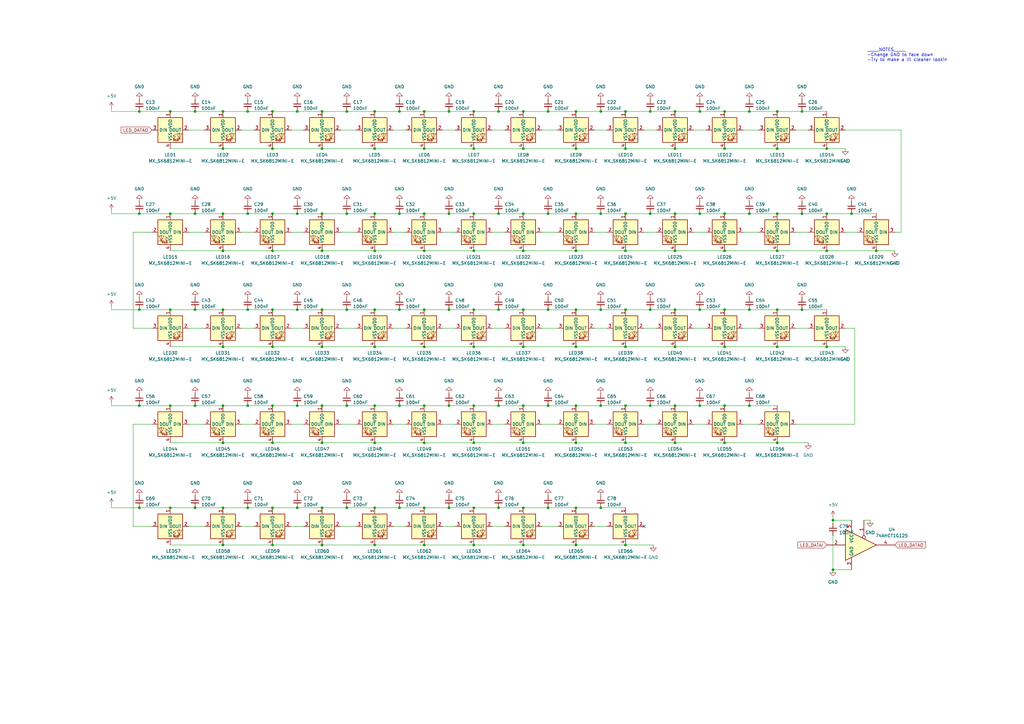
<source format=kicad_sch>
(kicad_sch (version 20230121) (generator eeschema)
  (paper "A3")
  (junction (at 224.79 87.63))
  (junction (at 276.86 87.63))
  (junction (at 266.7 166.37))
  (junction (at 256.54 45.72))
  (junction (at 142.24 45.72))
  (junction (at 256.54 166.37))
  (junction (at 142.24 166.37))
  (junction (at 194.31 102.87))
  (junction (at 359.41 102.87))
  (junction (at 57.15 166.37))
  (junction (at 236.22 142.24))
  (junction (at 276.86 102.87))
  (junction (at 266.7 87.63))
  (junction (at 224.79 127))
  (junction (at 101.6 127))
  (junction (at 287.02 127))
  (junction (at 173.99 181.61))
  (junction (at 57.15 87.63))
  (junction (at 276.86 45.72))
  (junction (at 184.15 208.28))
  (junction (at 111.76 223.52))
  (junction (at 57.15 45.72))
  (junction (at 204.47 127))
  (junction (at 297.18 127))
  (junction (at 194.31 60.96))
  (junction (at 214.63 87.63))
  (junction (at 256.54 223.52))
  (junction (at 256.54 60.96))
  (junction (at 276.86 142.24))
  (junction (at 132.08 45.72))
  (junction (at 142.24 127))
  (junction (at 276.86 60.96))
  (junction (at 297.18 102.87))
  (junction (at 132.08 208.28))
  (junction (at 266.7 127))
  (junction (at 121.92 87.63))
  (junction (at 236.22 102.87))
  (junction (at 101.6 208.28))
  (junction (at 339.09 142.24))
  (junction (at 194.31 127))
  (junction (at 339.09 87.63))
  (junction (at 173.99 166.37))
  (junction (at 69.85 127))
  (junction (at 184.15 127))
  (junction (at 132.08 166.37))
  (junction (at 297.18 60.96))
  (junction (at 318.77 181.61))
  (junction (at 297.18 45.72))
  (junction (at 111.76 60.96))
  (junction (at 214.63 102.87))
  (junction (at 121.92 127))
  (junction (at 339.09 60.96))
  (junction (at 328.93 45.72))
  (junction (at 318.77 87.63))
  (junction (at 121.92 45.72))
  (junction (at 184.15 45.72))
  (junction (at 214.63 181.61))
  (junction (at 111.76 45.72))
  (junction (at 111.76 208.28))
  (junction (at 111.76 142.24))
  (junction (at 328.93 127))
  (junction (at 80.01 208.28))
  (junction (at 132.08 223.52))
  (junction (at 173.99 102.87))
  (junction (at 163.83 45.72))
  (junction (at 236.22 208.28))
  (junction (at 173.99 60.96))
  (junction (at 236.22 181.61))
  (junction (at 297.18 181.61))
  (junction (at 69.85 208.28))
  (junction (at 69.85 166.37))
  (junction (at 194.31 223.52))
  (junction (at 194.31 87.63))
  (junction (at 307.34 45.72))
  (junction (at 153.67 142.24))
  (junction (at 153.67 223.52))
  (junction (at 57.15 127))
  (junction (at 246.38 127))
  (junction (at 194.31 45.72))
  (junction (at 91.44 45.72))
  (junction (at 349.25 87.63))
  (junction (at 194.31 142.24))
  (junction (at 101.6 45.72))
  (junction (at 236.22 87.63))
  (junction (at 153.67 208.28))
  (junction (at 214.63 208.28))
  (junction (at 236.22 127))
  (junction (at 153.67 166.37))
  (junction (at 91.44 60.96))
  (junction (at 91.44 181.61))
  (junction (at 153.67 127))
  (junction (at 318.77 127))
  (junction (at 236.22 166.37))
  (junction (at 132.08 60.96))
  (junction (at 101.6 87.63))
  (junction (at 339.09 102.87))
  (junction (at 341.63 213.36))
  (junction (at 246.38 166.37))
  (junction (at 297.18 142.24))
  (junction (at 256.54 87.63))
  (junction (at 173.99 127))
  (junction (at 204.47 45.72))
  (junction (at 214.63 223.52))
  (junction (at 91.44 223.52))
  (junction (at 111.76 181.61))
  (junction (at 57.15 208.28))
  (junction (at 163.83 208.28))
  (junction (at 236.22 45.72))
  (junction (at 121.92 166.37))
  (junction (at 111.76 127))
  (junction (at 318.77 45.72))
  (junction (at 256.54 102.87))
  (junction (at 91.44 127))
  (junction (at 153.67 87.63))
  (junction (at 341.63 233.68))
  (junction (at 153.67 181.61))
  (junction (at 132.08 181.61))
  (junction (at 204.47 166.37))
  (junction (at 80.01 45.72))
  (junction (at 318.77 142.24))
  (junction (at 214.63 127))
  (junction (at 194.31 166.37))
  (junction (at 214.63 60.96))
  (junction (at 69.85 87.63))
  (junction (at 111.76 102.87))
  (junction (at 287.02 166.37))
  (junction (at 204.47 87.63))
  (junction (at 153.67 60.96))
  (junction (at 163.83 166.37))
  (junction (at 276.86 166.37))
  (junction (at 101.6 166.37))
  (junction (at 256.54 142.24))
  (junction (at 214.63 45.72))
  (junction (at 307.34 127))
  (junction (at 204.47 208.28))
  (junction (at 246.38 208.28))
  (junction (at 80.01 87.63))
  (junction (at 214.63 166.37))
  (junction (at 163.83 127))
  (junction (at 132.08 127))
  (junction (at 266.7 45.72))
  (junction (at 91.44 208.28))
  (junction (at 328.93 87.63))
  (junction (at 80.01 127))
  (junction (at 132.08 102.87))
  (junction (at 132.08 87.63))
  (junction (at 91.44 166.37))
  (junction (at 297.18 166.37))
  (junction (at 256.54 127))
  (junction (at 173.99 87.63))
  (junction (at 307.34 166.37))
  (junction (at 132.08 142.24))
  (junction (at 246.38 87.63))
  (junction (at 224.79 208.28))
  (junction (at 318.77 102.87))
  (junction (at 318.77 60.96))
  (junction (at 184.15 87.63))
  (junction (at 246.38 45.72))
  (junction (at 236.22 223.52))
  (junction (at 224.79 166.37))
  (junction (at 184.15 166.37))
  (junction (at 224.79 45.72))
  (junction (at 214.63 142.24))
  (junction (at 91.44 142.24))
  (junction (at 111.76 87.63))
  (junction (at 91.44 102.87))
  (junction (at 173.99 208.28))
  (junction (at 153.67 102.87))
  (junction (at 163.83 87.63))
  (junction (at 111.76 166.37))
  (junction (at 256.54 181.61))
  (junction (at 287.02 45.72))
  (junction (at 69.85 45.72))
  (junction (at 287.02 87.63))
  (junction (at 153.67 45.72))
  (junction (at 173.99 142.24))
  (junction (at 194.31 208.28))
  (junction (at 142.24 208.28))
  (junction (at 142.24 87.63))
  (junction (at 121.92 208.28))
  (junction (at 307.34 87.63))
  (junction (at 91.44 87.63))
  (junction (at 194.31 181.61))
  (junction (at 236.22 60.96))
  (junction (at 276.86 127))
  (junction (at 80.01 166.37))
  (junction (at 276.86 181.61))
  (junction (at 173.99 223.52))
  (junction (at 297.18 87.63))
  (junction (at 173.99 45.72))
  (no_connect (at 264.16 215.9))
  (wire (pts (xy 132.08 127) (xy 121.92 127)))
  (wire (pts (xy 153.67 142.24) (xy 173.99 142.24)))
  (wire (pts (xy 224.79 166.37) (xy 236.22 166.37)))
  (wire (pts (xy 201.93 134.62) (xy 207.01 134.62)))
  (wire (pts (xy 349.25 87.63) (xy 359.41 87.63)))
  (wire (pts (xy 243.84 95.25) (xy 248.92 95.25)))
  (wire (pts (xy 201.93 95.25) (xy 207.01 95.25)))
  (wire (pts (xy 297.18 166.37) (xy 307.34 166.37)))
  (wire (pts (xy 264.16 134.62) (xy 269.24 134.62)))
  (wire (pts (xy 91.44 60.96) (xy 111.76 60.96)))
  (wire (pts (xy 224.79 208.28) (xy 214.63 208.28)))
  (wire (pts (xy 101.6 127) (xy 91.44 127)))
  (wire (pts (xy 173.99 127) (xy 163.83 127)))
  (wire (pts (xy 256.54 102.87) (xy 276.86 102.87)))
  (wire (pts (xy 45.72 45.72) (xy 57.15 45.72)))
  (wire (pts (xy 142.24 166.37) (xy 153.67 166.37)))
  (wire (pts (xy 54.61 95.25) (xy 54.61 134.62)))
  (wire (pts (xy 264.16 173.99) (xy 269.24 173.99)))
  (wire (pts (xy 181.61 53.34) (xy 186.69 53.34)))
  (wire (pts (xy 236.22 142.24) (xy 256.54 142.24)))
  (wire (pts (xy 121.92 208.28) (xy 111.76 208.28)))
  (wire (pts (xy 284.48 53.34) (xy 289.56 53.34)))
  (wire (pts (xy 184.15 45.72) (xy 194.31 45.72)))
  (wire (pts (xy 256.54 142.24) (xy 276.86 142.24)))
  (wire (pts (xy 163.83 87.63) (xy 173.99 87.63)))
  (wire (pts (xy 341.63 213.36) (xy 341.63 214.63)))
  (wire (pts (xy 204.47 45.72) (xy 214.63 45.72)))
  (wire (pts (xy 214.63 223.52) (xy 236.22 223.52)))
  (wire (pts (xy 91.44 142.24) (xy 111.76 142.24)))
  (wire (pts (xy 161.29 215.9) (xy 166.37 215.9)))
  (wire (pts (xy 318.77 60.96) (xy 339.09 60.96)))
  (wire (pts (xy 132.08 87.63) (xy 142.24 87.63)))
  (wire (pts (xy 194.31 87.63) (xy 204.47 87.63)))
  (wire (pts (xy 350.52 173.99) (xy 326.39 173.99)))
  (wire (pts (xy 339.09 102.87) (xy 359.41 102.87)))
  (wire (pts (xy 204.47 87.63) (xy 214.63 87.63)))
  (wire (pts (xy 91.44 127) (xy 80.01 127)))
  (wire (pts (xy 318.77 127) (xy 307.34 127)))
  (wire (pts (xy 266.7 127) (xy 276.86 127)))
  (wire (pts (xy 256.54 45.72) (xy 266.7 45.72)))
  (wire (pts (xy 326.39 53.34) (xy 331.47 53.34)))
  (wire (pts (xy 45.72 166.37) (xy 57.15 166.37)))
  (wire (pts (xy 297.18 102.87) (xy 318.77 102.87)))
  (wire (pts (xy 153.67 181.61) (xy 173.99 181.61)))
  (wire (pts (xy 57.15 208.28) (xy 69.85 208.28)))
  (wire (pts (xy 297.18 142.24) (xy 318.77 142.24)))
  (wire (pts (xy 184.15 127) (xy 173.99 127)))
  (wire (pts (xy 194.31 60.96) (xy 214.63 60.96)))
  (wire (pts (xy 264.16 53.34) (xy 269.24 53.34)))
  (wire (pts (xy 194.31 102.87) (xy 214.63 102.87)))
  (wire (pts (xy 264.16 95.25) (xy 269.24 95.25)))
  (wire (pts (xy 173.99 102.87) (xy 194.31 102.87)))
  (wire (pts (xy 80.01 87.63) (xy 91.44 87.63)))
  (wire (pts (xy 69.85 102.87) (xy 91.44 102.87)))
  (wire (pts (xy 77.47 215.9) (xy 83.82 215.9)))
  (wire (pts (xy 69.85 223.52) (xy 91.44 223.52)))
  (wire (pts (xy 119.38 173.99) (xy 124.46 173.99)))
  (wire (pts (xy 54.61 173.99) (xy 54.61 215.9)))
  (wire (pts (xy 307.34 87.63) (xy 318.77 87.63)))
  (wire (pts (xy 276.86 87.63) (xy 287.02 87.63)))
  (wire (pts (xy 45.72 87.63) (xy 45.72 86.36)))
  (wire (pts (xy 121.92 166.37) (xy 132.08 166.37)))
  (wire (pts (xy 111.76 102.87) (xy 132.08 102.87)))
  (wire (pts (xy 236.22 166.37) (xy 246.38 166.37)))
  (wire (pts (xy 132.08 102.87) (xy 153.67 102.87)))
  (wire (pts (xy 45.72 45.72) (xy 45.72 44.45)))
  (wire (pts (xy 111.76 208.28) (xy 101.6 208.28)))
  (wire (pts (xy 204.47 166.37) (xy 214.63 166.37)))
  (wire (pts (xy 132.08 181.61) (xy 153.67 181.61)))
  (wire (pts (xy 287.02 87.63) (xy 297.18 87.63)))
  (wire (pts (xy 266.7 127) (xy 256.54 127)))
  (wire (pts (xy 119.38 134.62) (xy 124.46 134.62)))
  (wire (pts (xy 54.61 134.62) (xy 62.23 134.62)))
  (wire (pts (xy 161.29 95.25) (xy 166.37 95.25)))
  (wire (pts (xy 346.71 134.62) (xy 350.52 134.62)))
  (wire (pts (xy 91.44 166.37) (xy 101.6 166.37)))
  (wire (pts (xy 346.71 53.34) (xy 369.57 53.34)))
  (wire (pts (xy 163.83 127) (xy 153.67 127)))
  (wire (pts (xy 139.7 134.62) (xy 146.05 134.62)))
  (wire (pts (xy 62.23 95.25) (xy 54.61 95.25)))
  (wire (pts (xy 276.86 45.72) (xy 287.02 45.72)))
  (wire (pts (xy 356.87 213.36) (xy 354.33 213.36)))
  (wire (pts (xy 181.61 134.62) (xy 186.69 134.62)))
  (wire (pts (xy 284.48 173.99) (xy 289.56 173.99)))
  (wire (pts (xy 307.34 166.37) (xy 318.77 166.37)))
  (wire (pts (xy 91.44 208.28) (xy 80.01 208.28)))
  (wire (pts (xy 139.7 95.25) (xy 146.05 95.25)))
  (wire (pts (xy 304.8 173.99) (xy 311.15 173.99)))
  (wire (pts (xy 194.31 166.37) (xy 204.47 166.37)))
  (wire (pts (xy 222.25 134.62) (xy 228.6 134.62)))
  (wire (pts (xy 297.18 87.63) (xy 307.34 87.63)))
  (wire (pts (xy 297.18 45.72) (xy 307.34 45.72)))
  (wire (pts (xy 111.76 87.63) (xy 121.92 87.63)))
  (wire (pts (xy 161.29 53.34) (xy 166.37 53.34)))
  (wire (pts (xy 111.76 142.24) (xy 132.08 142.24)))
  (wire (pts (xy 328.93 87.63) (xy 339.09 87.63)))
  (wire (pts (xy 243.84 215.9) (xy 248.92 215.9)))
  (wire (pts (xy 194.31 45.72) (xy 204.47 45.72)))
  (wire (pts (xy 163.83 45.72) (xy 173.99 45.72)))
  (wire (pts (xy 297.18 60.96) (xy 318.77 60.96)))
  (wire (pts (xy 80.01 45.72) (xy 91.44 45.72)))
  (wire (pts (xy 214.63 127) (xy 204.47 127)))
  (wire (pts (xy 77.47 173.99) (xy 83.82 173.99)))
  (wire (pts (xy 153.67 60.96) (xy 173.99 60.96)))
  (wire (pts (xy 246.38 166.37) (xy 256.54 166.37)))
  (wire (pts (xy 214.63 181.61) (xy 236.22 181.61)))
  (wire (pts (xy 184.15 87.63) (xy 194.31 87.63)))
  (wire (pts (xy 304.8 53.34) (xy 311.15 53.34)))
  (wire (pts (xy 139.7 215.9) (xy 146.05 215.9)))
  (wire (pts (xy 173.99 208.28) (xy 163.83 208.28)))
  (wire (pts (xy 304.8 134.62) (xy 311.15 134.62)))
  (wire (pts (xy 132.08 208.28) (xy 121.92 208.28)))
  (wire (pts (xy 194.31 208.28) (xy 184.15 208.28)))
  (wire (pts (xy 236.22 127) (xy 224.79 127)))
  (wire (pts (xy 201.93 215.9) (xy 207.01 215.9)))
  (wire (pts (xy 153.67 102.87) (xy 173.99 102.87)))
  (wire (pts (xy 45.72 127) (xy 45.72 125.73)))
  (wire (pts (xy 101.6 208.28) (xy 91.44 208.28)))
  (wire (pts (xy 367.03 102.87) (xy 359.41 102.87)))
  (wire (pts (xy 326.39 134.62) (xy 331.47 134.62)))
  (wire (pts (xy 214.63 87.63) (xy 224.79 87.63)))
  (wire (pts (xy 318.77 87.63) (xy 328.93 87.63)))
  (wire (pts (xy 331.47 181.61) (xy 318.77 181.61)))
  (wire (pts (xy 236.22 208.28) (xy 224.79 208.28)))
  (wire (pts (xy 369.57 53.34) (xy 369.57 95.25)))
  (wire (pts (xy 256.54 60.96) (xy 276.86 60.96)))
  (wire (pts (xy 236.22 223.52) (xy 256.54 223.52)))
  (wire (pts (xy 45.72 166.37) (xy 45.72 165.1)))
  (wire (pts (xy 45.72 208.28) (xy 57.15 208.28)))
  (wire (pts (xy 224.79 45.72) (xy 236.22 45.72)))
  (wire (pts (xy 339.09 87.63) (xy 349.25 87.63)))
  (wire (pts (xy 153.67 127) (xy 142.24 127)))
  (wire (pts (xy 91.44 181.61) (xy 111.76 181.61)))
  (wire (pts (xy 339.09 127) (xy 328.93 127)))
  (wire (pts (xy 132.08 60.96) (xy 153.67 60.96)))
  (wire (pts (xy 297.18 127) (xy 287.02 127)))
  (wire (pts (xy 256.54 127) (xy 246.38 127)))
  (wire (pts (xy 204.47 127) (xy 194.31 127)))
  (wire (pts (xy 287.02 45.72) (xy 297.18 45.72)))
  (wire (pts (xy 139.7 173.99) (xy 146.05 173.99)))
  (wire (pts (xy 99.06 215.9) (xy 104.14 215.9)))
  (wire (pts (xy 121.92 45.72) (xy 132.08 45.72)))
  (wire (pts (xy 369.57 95.25) (xy 367.03 95.25)))
  (wire (pts (xy 181.61 173.99) (xy 186.69 173.99)))
  (wire (pts (xy 349.25 213.36) (xy 341.63 213.36)))
  (wire (pts (xy 284.48 134.62) (xy 289.56 134.62)))
  (wire (pts (xy 266.7 166.37) (xy 276.86 166.37)))
  (wire (pts (xy 173.99 223.52) (xy 194.31 223.52)))
  (wire (pts (xy 99.06 173.99) (xy 104.14 173.99)))
  (wire (pts (xy 276.86 181.61) (xy 297.18 181.61)))
  (wire (pts (xy 153.67 208.28) (xy 142.24 208.28)))
  (wire (pts (xy 101.6 87.63) (xy 111.76 87.63)))
  (wire (pts (xy 173.99 60.96) (xy 194.31 60.96)))
  (wire (pts (xy 111.76 166.37) (xy 121.92 166.37)))
  (wire (pts (xy 121.92 87.63) (xy 132.08 87.63)))
  (wire (pts (xy 142.24 87.63) (xy 153.67 87.63)))
  (wire (pts (xy 276.86 102.87) (xy 297.18 102.87)))
  (wire (pts (xy 77.47 134.62) (xy 83.82 134.62)))
  (wire (pts (xy 77.47 53.34) (xy 83.82 53.34)))
  (wire (pts (xy 69.85 181.61) (xy 91.44 181.61)))
  (wire (pts (xy 256.54 208.28) (xy 246.38 208.28)))
  (wire (pts (xy 57.15 166.37) (xy 69.85 166.37)))
  (wire (pts (xy 222.25 95.25) (xy 228.6 95.25)))
  (wire (pts (xy 194.31 181.61) (xy 214.63 181.61)))
  (wire (pts (xy 111.76 127) (xy 101.6 127)))
  (wire (pts (xy 99.06 53.34) (xy 104.14 53.34)))
  (wire (pts (xy 214.63 208.28) (xy 204.47 208.28)))
  (wire (pts (xy 201.93 53.34) (xy 207.01 53.34)))
  (wire (pts (xy 214.63 102.87) (xy 236.22 102.87)))
  (wire (pts (xy 341.63 233.68) (xy 349.25 233.68)))
  (wire (pts (xy 173.99 142.24) (xy 194.31 142.24)))
  (wire (pts (xy 276.86 166.37) (xy 287.02 166.37)))
  (wire (pts (xy 101.6 166.37) (xy 111.76 166.37)))
  (wire (pts (xy 267.97 223.52) (xy 256.54 223.52)))
  (wire (pts (xy 69.85 45.72) (xy 80.01 45.72)))
  (wire (pts (xy 153.67 223.52) (xy 173.99 223.52)))
  (wire (pts (xy 350.52 134.62) (xy 350.52 173.99)))
  (wire (pts (xy 184.15 208.28) (xy 173.99 208.28)))
  (wire (pts (xy 153.67 45.72) (xy 163.83 45.72)))
  (wire (pts (xy 184.15 166.37) (xy 194.31 166.37)))
  (wire (pts (xy 132.08 45.72) (xy 142.24 45.72)))
  (wire (pts (xy 224.79 87.63) (xy 236.22 87.63)))
  (wire (pts (xy 204.47 208.28) (xy 194.31 208.28)))
  (wire (pts (xy 346.71 60.96) (xy 339.09 60.96)))
  (wire (pts (xy 297.18 181.61) (xy 318.77 181.61)))
  (wire (pts (xy 69.85 87.63) (xy 80.01 87.63)))
  (wire (pts (xy 163.83 166.37) (xy 173.99 166.37)))
  (wire (pts (xy 91.44 87.63) (xy 101.6 87.63)))
  (wire (pts (xy 99.06 134.62) (xy 104.14 134.62)))
  (wire (pts (xy 111.76 223.52) (xy 132.08 223.52)))
  (wire (pts (xy 194.31 142.24) (xy 214.63 142.24)))
  (wire (pts (xy 318.77 102.87) (xy 339.09 102.87)))
  (wire (pts (xy 318.77 45.72) (xy 328.93 45.72)))
  (wire (pts (xy 142.24 127) (xy 132.08 127)))
  (wire (pts (xy 214.63 142.24) (xy 236.22 142.24)))
  (wire (pts (xy 69.85 142.24) (xy 91.44 142.24)))
  (wire (pts (xy 91.44 102.87) (xy 111.76 102.87)))
  (wire (pts (xy 153.67 166.37) (xy 163.83 166.37)))
  (wire (pts (xy 111.76 181.61) (xy 132.08 181.61)))
  (wire (pts (xy 236.22 60.96) (xy 256.54 60.96)))
  (wire (pts (xy 307.34 45.72) (xy 318.77 45.72)))
  (wire (pts (xy 346.71 95.25) (xy 351.79 95.25)))
  (wire (pts (xy 161.29 134.62) (xy 166.37 134.62)))
  (wire (pts (xy 341.63 219.71) (xy 341.63 233.68)))
  (wire (pts (xy 77.47 95.25) (xy 83.82 95.25)))
  (wire (pts (xy 173.99 45.72) (xy 184.15 45.72)))
  (wire (pts (xy 161.29 173.99) (xy 166.37 173.99)))
  (wire (pts (xy 173.99 87.63) (xy 184.15 87.63)))
  (wire (pts (xy 69.85 166.37) (xy 80.01 166.37)))
  (wire (pts (xy 132.08 223.52) (xy 153.67 223.52)))
  (wire (pts (xy 99.06 95.25) (xy 104.14 95.25)))
  (wire (pts (xy 142.24 45.72) (xy 153.67 45.72)))
  (wire (pts (xy 222.25 173.99) (xy 228.6 173.99)))
  (wire (pts (xy 163.83 208.28) (xy 153.67 208.28)))
  (wire (pts (xy 69.85 60.96) (xy 91.44 60.96)))
  (wire (pts (xy 328.93 127) (xy 318.77 127)))
  (wire (pts (xy 54.61 173.99) (xy 62.23 173.99)))
  (wire (pts (xy 214.63 166.37) (xy 224.79 166.37)))
  (wire (pts (xy 266.7 87.63) (xy 276.86 87.63)))
  (wire (pts (xy 276.86 142.24) (xy 297.18 142.24)))
  (wire (pts (xy 246.38 45.72) (xy 256.54 45.72)))
  (wire (pts (xy 54.61 215.9) (xy 62.23 215.9)))
  (wire (pts (xy 80.01 208.28) (xy 69.85 208.28)))
  (wire (pts (xy 132.08 166.37) (xy 142.24 166.37)))
  (wire (pts (xy 181.61 95.25) (xy 186.69 95.25)))
  (wire (pts (xy 224.79 127) (xy 214.63 127)))
  (wire (pts (xy 341.63 212.09) (xy 341.63 213.36)))
  (wire (pts (xy 119.38 215.9) (xy 124.46 215.9)))
  (wire (pts (xy 139.7 53.34) (xy 146.05 53.34)))
  (wire (pts (xy 201.93 173.99) (xy 207.01 173.99)))
  (wire (pts (xy 318.77 142.24) (xy 339.09 142.24)))
  (wire (pts (xy 173.99 181.61) (xy 194.31 181.61)))
  (wire (pts (xy 328.93 45.72) (xy 339.09 45.72)))
  (wire (pts (xy 45.72 208.28) (xy 45.72 207.01)))
  (wire (pts (xy 80.01 166.37) (xy 91.44 166.37)))
  (wire (pts (xy 246.38 208.28) (xy 236.22 208.28)))
  (wire (pts (xy 243.84 173.99) (xy 248.92 173.99)))
  (wire (pts (xy 276.86 127) (xy 287.02 127)))
  (wire (pts (xy 111.76 45.72) (xy 121.92 45.72)))
  (wire (pts (xy 304.8 95.25) (xy 311.15 95.25)))
  (wire (pts (xy 236.22 102.87) (xy 256.54 102.87)))
  (wire (pts (xy 284.48 95.25) (xy 289.56 95.25)))
  (wire (pts (xy 45.72 87.63) (xy 57.15 87.63)))
  (wire (pts (xy 101.6 45.72) (xy 111.76 45.72)))
  (wire (pts (xy 153.67 87.63) (xy 163.83 87.63)))
  (wire (pts (xy 222.25 215.9) (xy 228.6 215.9)))
  (wire (pts (xy 246.38 127) (xy 236.22 127)))
  (wire (pts (xy 132.08 142.24) (xy 153.67 142.24)))
  (wire (pts (xy 276.86 60.96) (xy 297.18 60.96)))
  (wire (pts (xy 222.25 53.34) (xy 228.6 53.34)))
  (wire (pts (xy 119.38 95.25) (xy 124.46 95.25)))
  (wire (pts (xy 173.99 166.37) (xy 184.15 166.37)))
  (wire (pts (xy 194.31 223.52) (xy 214.63 223.52)))
  (wire (pts (xy 142.24 208.28) (xy 132.08 208.28)))
  (wire (pts (xy 57.15 45.72) (xy 69.85 45.72)))
  (wire (pts (xy 256.54 181.61) (xy 276.86 181.61)))
  (wire (pts (xy 266.7 45.72) (xy 276.86 45.72)))
  (wire (pts (xy 119.38 53.34) (xy 124.46 53.34)))
  (wire (pts (xy 256.54 87.63) (xy 266.7 87.63)))
  (wire (pts (xy 111.76 60.96) (xy 132.08 60.96)))
  (wire (pts (xy 236.22 87.63) (xy 246.38 87.63)))
  (wire (pts (xy 256.54 166.37) (xy 266.7 166.37)))
  (wire (pts (xy 121.92 127) (xy 111.76 127)))
  (wire (pts (xy 326.39 95.25) (xy 331.47 95.25)))
  (wire (pts (xy 45.72 127) (xy 57.15 127)))
  (wire (pts (xy 246.38 87.63) (xy 256.54 87.63)))
  (wire (pts (xy 243.84 134.62) (xy 248.92 134.62)))
  (wire (pts (xy 57.15 127) (xy 69.85 127)))
  (wire (pts (xy 80.01 127) (xy 69.85 127)))
  (wire (pts (xy 57.15 87.63) (xy 69.85 87.63)))
  (wire (pts (xy 181.61 215.9) (xy 186.69 215.9)))
  (wire (pts (xy 194.31 127) (xy 184.15 127)))
  (wire (pts (xy 346.71 142.24) (xy 339.09 142.24)))
  (wire (pts (xy 287.02 166.37) (xy 297.18 166.37)))
  (wire (pts (xy 236.22 181.61) (xy 256.54 181.61)))
  (wire (pts (xy 214.63 60.96) (xy 236.22 60.96)))
  (wire (pts (xy 236.22 45.72) (xy 246.38 45.72)))
  (wire (pts (xy 307.34 127) (xy 297.18 127)))
  (wire (pts (xy 243.84 53.34) (xy 248.92 53.34)))
  (wire (pts (xy 214.63 45.72) (xy 224.79 45.72)))
  (wire (pts (xy 91.44 223.52) (xy 111.76 223.52)))
  (wire (pts (xy 91.44 45.72) (xy 101.6 45.72)))
  (text "_____NOTES_____\n-Change GND to face down\n-Try to make a lil cleaner lookin" (at 355.6 25.4 0) (effects (font (size 1.27 1.27)) (justify left bottom)))
  (global_label "LED_DATAO" (shape input) (at 367.03 223.52 0) (property "Intersheetrefs" "${INTERSHEET_REFS}" (effects hide)))
  (global_label "LED_DATAO" (shape input) (at 62.23 53.34 180) (property "Intersheetrefs" "${INTERSHEET_REFS}" (effects hide)))
  (global_label "LED_DATAI" (shape input) (at 339.09 223.52 180) (property "Intersheetrefs" "${INTERSHEET_REFS}" (effects hide)))
  (symbol (lib_id "power:GND") (at 142.24 82.55 180) (unit 1)
    (property "Reference" "#PWR049" (effects hide))
    (property "Value" "GND" (at 142.24 77.47 0))
  )
  (symbol (lib_id "PCM_marbastlib-mx:MX_SK6812MINI-E") (at 276.86 134.62 0) (unit 1)
    (property "Reference" "LED40" (at 276.86 144.78 0))
    (property "Value" "MX_SK6812MINI-E" (at 276.86 147.32 0))
    (property "Footprint" "PCM_marbastlib-mx:LED_MX_6028R" (effects hide))
  )
  (symbol (lib_id "power:GND") (at 246.38 40.64 180) (unit 1)
    (property "Reference" "#PWR041" (effects hide))
    (property "Value" "GND" (at 246.38 35.56 0))
  )
  (symbol (lib_id "Device:C_Small") (at 57.15 85.09 0) (unit 1)
    (property "Reference" "C27" (at 59.69 83.8263 0) (effects (justify left)))
    (property "Value" "100nF" (at 59.69 86.3663 0) (effects (justify left)))
    (property "Footprint" "Capacitor_SMD:C_0402_1005Metric" (effects hide))
  )
  (symbol (lib_id "Device:C_Small") (at 204.47 43.18 0) (unit 1)
    (property "Reference" "C20" (at 207.01 41.9163 0) (effects (justify left)))
    (property "Value" "100nF" (at 207.01 44.4563 0) (effects (justify left)))
    (property "Footprint" "Capacitor_SMD:C_0402_1005Metric" (effects hide))
  )
  (symbol (lib_id "Device:C_Small") (at 287.02 124.46 0) (unit 1)
    (property "Reference" "C53" (at 289.56 123.1963 0) (effects (justify left)))
    (property "Value" "100nF" (at 289.56 125.7363 0) (effects (justify left)))
    (property "Footprint" "Capacitor_SMD:C_0402_1005Metric" (effects hide))
  )
  (symbol (lib_id "PCM_marbastlib-mx:MX_SK6812MINI-E") (at 91.44 134.62 0) (unit 1)
    (property "Reference" "LED31" (at 91.44 144.78 0))
    (property "Value" "MX_SK6812MINI-E" (at 91.44 147.32 0))
    (property "Footprint" "PCM_marbastlib-mx:LED_MX_6028R" (effects hide))
  )
  (symbol (lib_id "power:GND") (at 307.34 40.64 180) (unit 1)
    (property "Reference" "#PWR044" (effects hide))
    (property "Value" "GND" (at 307.34 35.56 0))
  )
  (symbol (lib_id "power:GND") (at 163.83 40.64 180) (unit 1)
    (property "Reference" "#PWR031" (effects hide))
    (property "Value" "GND" (at 163.83 35.56 0))
  )
  (symbol (lib_id "74xGxx:74AHCT1G125") (at 354.33 223.52 0) (unit 1)
    (property "Reference" "U4" (at 365.76 217.17 0))
    (property "Value" "74AHCT1G125" (at 365.76 219.71 0))
    (property "Footprint" "Package_TO_SOT_SMD:SOT-23-5" (effects hide))
    (property "Datasheet" "http://www.ti.com/lit/sg/scyt129e/scyt129e.pdf" (effects hide))
  )
  (symbol (lib_id "PCM_marbastlib-mx:MX_SK6812MINI-E") (at 256.54 95.25 0) (mirror y) (unit 1)
    (property "Reference" "LED24" (at 256.54 105.41 0))
    (property "Value" "MX_SK6812MINI-E" (at 256.54 107.95 0))
    (property "Footprint" "PCM_marbastlib-mx:LED_MX_6028R" (effects hide))
  )
  (symbol (lib_id "PCM_marbastlib-mx:MX_SK6812MINI-E") (at 132.08 95.25 0) (mirror y) (unit 1)
    (property "Reference" "LED18" (at 132.08 105.41 0))
    (property "Value" "MX_SK6812MINI-E" (at 132.08 107.95 0))
    (property "Footprint" "PCM_marbastlib-mx:LED_MX_6028R" (effects hide))
  )
  (symbol (lib_id "power:+5V") (at 45.72 86.36 0) (unit 1)
    (property "Reference" "#PWR099" (effects hide))
    (property "Value" "+5V" (at 45.72 81.28 0))
  )
  (symbol (lib_id "PCM_marbastlib-mx:MX_SK6812MINI-E") (at 236.22 53.34 0) (unit 1)
    (property "Reference" "LED9" (at 236.22 63.5 0))
    (property "Value" "MX_SK6812MINI-E" (at 236.22 66.04 0))
    (property "Footprint" "PCM_marbastlib-mx:LED_MX_6028R" (effects hide))
  )
  (symbol (lib_id "Device:C_Small") (at 57.15 124.46 0) (unit 1)
    (property "Reference" "C42" (at 59.69 123.1963 0) (effects (justify left)))
    (property "Value" "100nF" (at 59.69 125.7363 0) (effects (justify left)))
    (property "Footprint" "Capacitor_SMD:C_0402_1005Metric" (effects hide))
  )
  (symbol (lib_id "Device:C_Small") (at 121.92 43.18 0) (unit 1)
    (property "Reference" "C16" (at 124.46 41.9163 0) (effects (justify left)))
    (property "Value" "100nF" (at 124.46 44.4563 0) (effects (justify left)))
    (property "Footprint" "Capacitor_SMD:C_0402_1005Metric" (effects hide))
  )
  (symbol (lib_id "power:GND") (at 328.93 40.64 180) (unit 1)
    (property "Reference" "#PWR045" (effects hide))
    (property "Value" "GND" (at 328.93 35.56 0))
  )
  (symbol (lib_id "power:+5V") (at 45.72 125.73 0) (unit 1)
    (property "Reference" "#PWR0100" (effects hide))
    (property "Value" "+5V" (at 45.72 120.65 0))
  )
  (symbol (lib_id "PCM_marbastlib-mx:MX_SK6812MINI-E") (at 297.18 95.25 0) (mirror y) (unit 1)
    (property "Reference" "LED26" (at 297.18 105.41 0))
    (property "Value" "MX_SK6812MINI-E" (at 297.18 107.95 0))
    (property "Footprint" "PCM_marbastlib-mx:LED_MX_6028R" (effects hide))
  )
  (symbol (lib_id "PCM_marbastlib-mx:MX_SK6812MINI-E") (at 214.63 95.25 0) (mirror y) (unit 1)
    (property "Reference" "LED22" (at 214.63 105.41 0))
    (property "Value" "MX_SK6812MINI-E" (at 214.63 107.95 0))
    (property "Footprint" "PCM_marbastlib-mx:LED_MX_6028R" (effects hide))
  )
  (symbol (lib_id "PCM_marbastlib-mx:MX_SK6812MINI-E") (at 69.85 95.25 0) (mirror y) (unit 1)
    (property "Reference" "LED15" (at 69.85 105.41 0))
    (property "Value" "MX_SK6812MINI-E" (at 69.85 107.95 0))
    (property "Footprint" "PCM_marbastlib-mx:LED_MX_6028R" (effects hide))
  )
  (symbol (lib_id "power:GND") (at 142.24 203.2 180) (unit 1)
    (property "Reference" "#PWR090" (effects hide))
    (property "Value" "GND" (at 142.24 198.12 0))
  )
  (symbol (lib_id "power:GND") (at 266.7 161.29 180) (unit 1)
    (property "Reference" "#PWR075" (effects hide))
    (property "Value" "GND" (at 266.7 156.21 0))
  )
  (symbol (lib_id "Device:C_Small") (at 163.83 43.18 0) (unit 1)
    (property "Reference" "C18" (at 166.37 41.9163 0) (effects (justify left)))
    (property "Value" "100nF" (at 166.37 44.4563 0) (effects (justify left)))
    (property "Footprint" "Capacitor_SMD:C_0402_1005Metric" (effects hide))
  )
  (symbol (lib_id "power:GND") (at 204.47 203.2 180) (unit 1)
    (property "Reference" "#PWR087" (effects hide))
    (property "Value" "GND" (at 204.47 198.12 0))
  )
  (symbol (lib_id "Device:C_Small") (at 341.63 217.17 0) (unit 1)
    (property "Reference" "C79" (at 344.17 215.9063 0) (effects (justify left)))
    (property "Value" "100nF" (at 344.17 218.4463 0) (effects (justify left)))
    (property "Footprint" "Capacitor_SMD:C_0402_1005Metric" (effects hide))
  )
  (symbol (lib_id "Device:C_Small") (at 163.83 124.46 0) (unit 1)
    (property "Reference" "C47" (at 166.37 123.1963 0) (effects (justify left)))
    (property "Value" "100nF" (at 166.37 125.7363 0) (effects (justify left)))
    (property "Footprint" "Capacitor_SMD:C_0402_1005Metric" (effects hide))
  )
  (symbol (lib_id "PCM_marbastlib-mx:MX_SK6812MINI-E") (at 276.86 173.99 0) (mirror y) (unit 1)
    (property "Reference" "LED54" (at 276.86 184.15 0))
    (property "Value" "MX_SK6812MINI-E" (at 276.86 186.69 0))
    (property "Footprint" "PCM_marbastlib-mx:LED_MX_6028R" (effects hide))
  )
  (symbol (lib_id "PCM_marbastlib-mx:MX_SK6812MINI-E") (at 173.99 134.62 0) (unit 1)
    (property "Reference" "LED35" (at 173.99 144.78 0))
    (property "Value" "MX_SK6812MINI-E" (at 173.99 147.32 0))
    (property "Footprint" "PCM_marbastlib-mx:LED_MX_6028R" (effects hide))
  )
  (symbol (lib_id "PCM_marbastlib-mx:MX_SK6812MINI-E") (at 214.63 53.34 0) (unit 1)
    (property "Reference" "LED8" (at 214.63 63.5 0))
    (property "Value" "MX_SK6812MINI-E" (at 214.63 66.04 0))
    (property "Footprint" "PCM_marbastlib-mx:LED_MX_6028R" (effects hide))
  )
  (symbol (lib_id "power:GND") (at 246.38 82.55 180) (unit 1)
    (property "Reference" "#PWR054" (effects hide))
    (property "Value" "GND" (at 246.38 77.47 0))
  )
  (symbol (lib_id "power:GND") (at 163.83 203.2 180) (unit 1)
    (property "Reference" "#PWR089" (effects hide))
    (property "Value" "GND" (at 163.83 198.12 0))
  )
  (symbol (lib_id "PCM_marbastlib-mx:MX_SK6812MINI-E") (at 69.85 215.9 0) (unit 1)
    (property "Reference" "LED57" (at 71.12 226.06 0))
    (property "Value" "MX_SK6812MINI-E" (at 71.12 228.6 0))
    (property "Footprint" "PCM_marbastlib-mx:LED_MX_6028R" (effects hide))
  )
  (symbol (lib_id "PCM_marbastlib-mx:MX_SK6812MINI-E") (at 91.44 173.99 0) (mirror y) (unit 1)
    (property "Reference" "LED45" (at 91.44 184.15 0))
    (property "Value" "MX_SK6812MINI-E" (at 91.44 186.69 0))
    (property "Footprint" "PCM_marbastlib-mx:LED_MX_6028R" (effects hide))
  )
  (symbol (lib_id "Device:C_Small") (at 184.15 124.46 0) (unit 1)
    (property "Reference" "C48" (at 186.69 123.1963 0) (effects (justify left)))
    (property "Value" "100nF" (at 186.69 125.7363 0) (effects (justify left)))
    (property "Footprint" "Capacitor_SMD:C_0402_1005Metric" (effects hide))
  )
  (symbol (lib_id "PCM_marbastlib-mx:MX_SK6812MINI-E") (at 153.67 53.34 0) (unit 1)
    (property "Reference" "LED5" (at 153.67 63.5 0))
    (property "Value" "MX_SK6812MINI-E" (at 153.67 66.04 0))
    (property "Footprint" "PCM_marbastlib-mx:LED_MX_6028R" (effects hide))
  )
  (symbol (lib_id "Device:C_Small") (at 204.47 205.74 0) (unit 1)
    (property "Reference" "C76" (at 207.01 204.4763 0) (effects (justify left)))
    (property "Value" "100nF" (at 207.01 207.0163 0) (effects (justify left)))
    (property "Footprint" "Capacitor_SMD:C_0402_1005Metric" (effects hide))
  )
  (symbol (lib_id "power:GND") (at 266.7 40.64 180) (unit 1)
    (property "Reference" "#PWR042" (effects hide))
    (property "Value" "GND" (at 266.7 35.56 0))
  )
  (symbol (lib_id "PCM_marbastlib-mx:MX_SK6812MINI-E") (at 256.54 53.34 0) (unit 1)
    (property "Reference" "LED10" (at 256.54 63.5 0))
    (property "Value" "MX_SK6812MINI-E" (at 256.54 66.04 0))
    (property "Footprint" "PCM_marbastlib-mx:LED_MX_6028R" (effects hide))
  )
  (symbol (lib_id "power:GND") (at 121.92 161.29 180) (unit 1)
    (property "Reference" "#PWR082" (effects hide))
    (property "Value" "GND" (at 121.92 156.21 0))
  )
  (symbol (lib_id "Device:C_Small") (at 246.38 163.83 0) (unit 1)
    (property "Reference" "C65" (at 248.92 162.5663 0) (effects (justify left)))
    (property "Value" "100nF" (at 248.92 165.1063 0) (effects (justify left)))
    (property "Footprint" "Capacitor_SMD:C_0402_1005Metric" (effects hide))
  )
  (symbol (lib_id "power:GND") (at 328.93 82.55 180) (unit 1)
    (property "Reference" "#PWR058" (effects hide))
    (property "Value" "GND" (at 328.93 77.47 0))
  )
  (symbol (lib_id "power:GND") (at 224.79 161.29 180) (unit 1)
    (property "Reference" "#PWR077" (effects hide))
    (property "Value" "GND" (at 224.79 156.21 0))
  )
  (symbol (lib_id "Device:C_Small") (at 204.47 85.09 0) (unit 1)
    (property "Reference" "C34" (at 207.01 83.8263 0) (effects (justify left)))
    (property "Value" "100nF" (at 207.01 86.3663 0) (effects (justify left)))
    (property "Footprint" "Capacitor_SMD:C_0402_1005Metric" (effects hide))
  )
  (symbol (lib_id "Device:C_Small") (at 328.93 85.09 0) (unit 1)
    (property "Reference" "C40" (at 331.47 83.8263 0) (effects (justify left)))
    (property "Value" "100nF" (at 331.47 86.3663 0) (effects (justify left)))
    (property "Footprint" "Capacitor_SMD:C_0402_1005Metric" (effects hide))
  )
  (symbol (lib_id "power:GND") (at 349.25 82.55 180) (unit 1)
    (property "Reference" "#PWR059" (effects hide))
    (property "Value" "GND" (at 349.25 77.47 0))
  )
  (symbol (lib_id "PCM_marbastlib-mx:MX_SK6812MINI-E") (at 69.85 53.34 0) (unit 1)
    (property "Reference" "LED1" (at 69.85 63.5 0))
    (property "Value" "MX_SK6812MINI-E" (at 69.85 66.04 0))
    (property "Footprint" "PCM_marbastlib-mx:LED_MX_6028R" (effects hide))
  )
  (symbol (lib_id "Device:C_Small") (at 204.47 163.83 0) (unit 1)
    (property "Reference" "C63" (at 207.01 162.5663 0) (effects (justify left)))
    (property "Value" "100nF" (at 207.01 165.1063 0) (effects (justify left)))
    (property "Footprint" "Capacitor_SMD:C_0402_1005Metric" (effects hide))
  )
  (symbol (lib_id "PCM_marbastlib-mx:MX_SK6812MINI-E") (at 256.54 215.9 0) (unit 1)
    (property "Reference" "LED66" (at 256.54 226.06 0))
    (property "Value" "MX_SK6812MINI-E" (at 256.54 228.6 0))
    (property "Footprint" "PCM_marbastlib-mx:LED_MX_6028R" (effects hide))
  )
  (symbol (lib_id "Device:C_Small") (at 142.24 205.74 0) (unit 1)
    (property "Reference" "C73" (at 144.78 204.4763 0) (effects (justify left)))
    (property "Value" "100nF" (at 144.78 207.0163 0) (effects (justify left)))
    (property "Footprint" "Capacitor_SMD:C_0402_1005Metric" (effects hide))
  )
  (symbol (lib_id "PCM_marbastlib-mx:MX_SK6812MINI-E") (at 214.63 134.62 0) (unit 1)
    (property "Reference" "LED37" (at 214.63 144.78 0))
    (property "Value" "MX_SK6812MINI-E" (at 214.63 147.32 0))
    (property "Footprint" "PCM_marbastlib-mx:LED_MX_6028R" (effects hide))
  )
  (symbol (lib_id "power:GND") (at 224.79 40.64 180) (unit 1)
    (property "Reference" "#PWR040" (effects hide))
    (property "Value" "GND" (at 224.79 35.56 0))
  )
  (symbol (lib_id "PCM_marbastlib-mx:MX_SK6812MINI-E") (at 297.18 53.34 0) (unit 1)
    (property "Reference" "LED12" (at 297.18 63.5 0))
    (property "Value" "MX_SK6812MINI-E" (at 297.18 66.04 0))
    (property "Footprint" "PCM_marbastlib-mx:LED_MX_6028R" (effects hide))
  )
  (symbol (lib_id "Device:C_Small") (at 80.01 43.18 0) (unit 1)
    (property "Reference" "C14" (at 82.55 41.9163 0) (effects (justify left)))
    (property "Value" "100nF" (at 82.55 44.4563 0) (effects (justify left)))
    (property "Footprint" "Capacitor_SMD:C_0402_1005Metric" (effects hide))
  )
  (symbol (lib_id "power:GND") (at 287.02 121.92 180) (unit 1)
    (property "Reference" "#PWR062" (effects hide))
    (property "Value" "GND" (at 287.02 116.84 0))
  )
  (symbol (lib_id "PCM_marbastlib-mx:MX_SK6812MINI-E") (at 318.77 53.34 0) (unit 1)
    (property "Reference" "LED13" (at 318.77 63.5 0))
    (property "Value" "MX_SK6812MINI-E" (at 318.77 66.04 0))
    (property "Footprint" "PCM_marbastlib-mx:LED_MX_6028R" (effects hide))
  )
  (symbol (lib_id "power:GND") (at 246.38 161.29 180) (unit 1)
    (property "Reference" "#PWR076" (effects hide))
    (property "Value" "GND" (at 246.38 156.21 0))
  )
  (symbol (lib_id "power:GND") (at 346.71 60.96 0) (unit 1)
    (property "Reference" "#PWR022" (effects hide))
    (property "Value" "GND" (at 346.71 66.04 0))
  )
  (symbol (lib_id "Device:C_Small") (at 224.79 43.18 0) (unit 1)
    (property "Reference" "C21" (at 227.33 41.9163 0) (effects (justify left)))
    (property "Value" "100nF" (at 227.33 44.4563 0) (effects (justify left)))
    (property "Footprint" "Capacitor_SMD:C_0402_1005Metric" (effects hide))
  )
  (symbol (lib_id "PCM_marbastlib-mx:MX_SK6812MINI-E") (at 194.31 134.62 0) (unit 1)
    (property "Reference" "LED36" (at 194.31 144.78 0))
    (property "Value" "MX_SK6812MINI-E" (at 194.31 147.32 0))
    (property "Footprint" "PCM_marbastlib-mx:LED_MX_6028R" (effects hide))
  )
  (symbol (lib_id "Device:C_Small") (at 184.15 85.09 0) (unit 1)
    (property "Reference" "C33" (at 186.69 83.8263 0) (effects (justify left)))
    (property "Value" "100nF" (at 186.69 86.3663 0) (effects (justify left)))
    (property "Footprint" "Capacitor_SMD:C_0402_1005Metric" (effects hide))
  )
  (symbol (lib_id "Device:C_Small") (at 142.24 85.09 0) (unit 1)
    (property "Reference" "C31" (at 144.78 83.8263 0) (effects (justify left)))
    (property "Value" "100nF" (at 144.78 86.3663 0) (effects (justify left)))
    (property "Footprint" "Capacitor_SMD:C_0402_1005Metric" (effects hide))
  )
  (symbol (lib_id "power:GND") (at 346.71 142.24 0) (unit 1)
    (property "Reference" "#PWR024" (effects hide))
    (property "Value" "GND" (at 346.71 147.32 0))
  )
  (symbol (lib_id "Device:C_Small") (at 287.02 163.83 0) (unit 1)
    (property "Reference" "C67" (at 289.56 162.5663 0) (effects (justify left)))
    (property "Value" "100nF" (at 289.56 165.1063 0) (effects (justify left)))
    (property "Footprint" "Capacitor_SMD:C_0402_1005Metric" (effects hide))
  )
  (symbol (lib_id "power:GND") (at 184.15 40.64 180) (unit 1)
    (property "Reference" "#PWR038" (effects hide))
    (property "Value" "GND" (at 184.15 35.56 0))
  )
  (symbol (lib_id "power:GND") (at 80.01 121.92 180) (unit 1)
    (property "Reference" "#PWR072" (effects hide))
    (property "Value" "GND" (at 80.01 116.84 0))
  )
  (symbol (lib_id "power:+5V") (at 341.63 212.09 0) (unit 1)
    (property "Reference" "#PWR032" (effects hide))
    (property "Value" "+5V" (at 341.63 207.01 0))
  )
  (symbol (lib_id "Device:C_Small") (at 142.24 124.46 0) (unit 1)
    (property "Reference" "C46" (at 144.78 123.1963 0) (effects (justify left)))
    (property "Value" "100nF" (at 144.78 125.7363 0) (effects (justify left)))
    (property "Footprint" "Capacitor_SMD:C_0402_1005Metric" (effects hide))
  )
  (symbol (lib_id "Device:C_Small") (at 204.47 124.46 0) (unit 1)
    (property "Reference" "C49" (at 207.01 123.1963 0) (effects (justify left)))
    (property "Value" "100nF" (at 207.01 125.7363 0) (effects (justify left)))
    (property "Footprint" "Capacitor_SMD:C_0402_1005Metric" (effects hide))
  )
  (symbol (lib_id "Device:C_Small") (at 266.7 163.83 0) (unit 1)
    (property "Reference" "C66" (at 269.24 162.5663 0) (effects (justify left)))
    (property "Value" "100nF" (at 269.24 165.1063 0) (effects (justify left)))
    (property "Footprint" "Capacitor_SMD:C_0402_1005Metric" (effects hide))
  )
  (symbol (lib_id "Device:C_Small") (at 184.15 205.74 0) (unit 1)
    (property "Reference" "C75" (at 186.69 204.4763 0) (effects (justify left)))
    (property "Value" "100nF" (at 186.69 207.0163 0) (effects (justify left)))
    (property "Footprint" "Capacitor_SMD:C_0402_1005Metric" (effects hide))
  )
  (symbol (lib_id "Device:C_Small") (at 246.38 205.74 0) (unit 1)
    (property "Reference" "C78" (at 248.92 204.4763 0) (effects (justify left)))
    (property "Value" "100nF" (at 248.92 207.0163 0) (effects (justify left)))
    (property "Footprint" "Capacitor_SMD:C_0402_1005Metric" (effects hide))
  )
  (symbol (lib_id "Device:C_Small") (at 307.34 43.18 0) (unit 1)
    (property "Reference" "C25" (at 309.88 41.9163 0) (effects (justify left)))
    (property "Value" "100nF" (at 309.88 44.4563 0) (effects (justify left)))
    (property "Footprint" "Capacitor_SMD:C_0402_1005Metric" (effects hide))
  )
  (symbol (lib_id "PCM_marbastlib-mx:MX_SK6812MINI-E") (at 256.54 173.99 0) (mirror y) (unit 1)
    (property "Reference" "LED53" (at 256.54 184.15 0))
    (property "Value" "MX_SK6812MINI-E" (at 256.54 186.69 0))
    (property "Footprint" "PCM_marbastlib-mx:LED_MX_6028R" (effects hide))
  )
  (symbol (lib_id "Device:C_Small") (at 101.6 124.46 0) (unit 1)
    (property "Reference" "C44" (at 104.14 123.1963 0) (effects (justify left)))
    (property "Value" "100nF" (at 104.14 125.7363 0) (effects (justify left)))
    (property "Footprint" "Capacitor_SMD:C_0402_1005Metric" (effects hide))
  )
  (symbol (lib_id "power:GND") (at 184.15 82.55 180) (unit 1)
    (property "Reference" "#PWR051" (effects hide))
    (property "Value" "GND" (at 184.15 77.47 0))
  )
  (symbol (lib_id "PCM_marbastlib-mx:MX_SK6812MINI-E") (at 194.31 53.34 0) (unit 1)
    (property "Reference" "LED7" (at 194.31 63.5 0))
    (property "Value" "MX_SK6812MINI-E" (at 194.31 66.04 0))
    (property "Footprint" "PCM_marbastlib-mx:LED_MX_6028R" (effects hide))
  )
  (symbol (lib_id "Device:C_Small") (at 287.02 85.09 0) (unit 1)
    (property "Reference" "C38" (at 289.56 83.8263 0) (effects (justify left)))
    (property "Value" "100nF" (at 289.56 86.3663 0) (effects (justify left)))
    (property "Footprint" "Capacitor_SMD:C_0402_1005Metric" (effects hide))
  )
  (symbol (lib_id "power:GND") (at 367.03 102.87 0) (unit 1)
    (property "Reference" "#PWR023" (effects hide))
    (property "Value" "GND" (at 367.03 107.95 0))
  )
  (symbol (lib_id "Device:C_Small") (at 307.34 85.09 0) (unit 1)
    (property "Reference" "C39" (at 309.88 83.8263 0) (effects (justify left)))
    (property "Value" "100nF" (at 309.88 86.3663 0) (effects (justify left)))
    (property "Footprint" "Capacitor_SMD:C_0402_1005Metric" (effects hide))
  )
  (symbol (lib_id "power:GND") (at 142.24 161.29 180) (unit 1)
    (property "Reference" "#PWR081" (effects hide))
    (property "Value" "GND" (at 142.24 156.21 0))
  )
  (symbol (lib_id "PCM_marbastlib-mx:MX_SK6812MINI-E") (at 214.63 173.99 0) (mirror y) (unit 1)
    (property "Reference" "LED51" (at 214.63 184.15 0))
    (property "Value" "MX_SK6812MINI-E" (at 214.63 186.69 0))
    (property "Footprint" "PCM_marbastlib-mx:LED_MX_6028R" (effects hide))
  )
  (symbol (lib_id "power:GND") (at 57.15 82.55 180) (unit 1)
    (property "Reference" "#PWR094" (effects hide))
    (property "Value" "GND" (at 57.15 77.47 0))
  )
  (symbol (lib_id "Device:C_Small") (at 163.83 163.83 0) (unit 1)
    (property "Reference" "C61" (at 166.37 162.5663 0) (effects (justify left)))
    (property "Value" "100nF" (at 166.37 165.1063 0) (effects (justify left)))
    (property "Footprint" "Capacitor_SMD:C_0402_1005Metric" (effects hide))
  )
  (symbol (lib_id "power:GND") (at 246.38 121.92 180) (unit 1)
    (property "Reference" "#PWR064" (effects hide))
    (property "Value" "GND" (at 246.38 116.84 0))
  )
  (symbol (lib_id "Device:C_Small") (at 121.92 85.09 0) (unit 1)
    (property "Reference" "C30" (at 124.46 83.8263 0) (effects (justify left)))
    (property "Value" "100nF" (at 124.46 86.3663 0) (effects (justify left)))
    (property "Footprint" "Capacitor_SMD:C_0402_1005Metric" (effects hide))
  )
  (symbol (lib_id "power:GND") (at 204.47 82.55 180) (unit 1)
    (property "Reference" "#PWR052" (effects hide))
    (property "Value" "GND" (at 204.47 77.47 0))
  )
  (symbol (lib_id "PCM_marbastlib-mx:MX_SK6812MINI-E") (at 132.08 173.99 0) (mirror y) (unit 1)
    (property "Reference" "LED47" (at 132.08 184.15 0))
    (property "Value" "MX_SK6812MINI-E" (at 132.08 186.69 0))
    (property "Footprint" "PCM_marbastlib-mx:LED_MX_6028R" (effects hide))
  )
  (symbol (lib_id "Device:C_Small") (at 163.83 205.74 0) (unit 1)
    (property "Reference" "C74" (at 166.37 204.4763 0) (effects (justify left)))
    (property "Value" "100nF" (at 166.37 207.0163 0) (effects (justify left)))
    (property "Footprint" "Capacitor_SMD:C_0402_1005Metric" (effects hide))
  )
  (symbol (lib_id "Device:C_Small") (at 184.15 163.83 0) (unit 1)
    (property "Reference" "C62" (at 186.69 162.5663 0) (effects (justify left)))
    (property "Value" "100nF" (at 186.69 165.1063 0) (effects (justify left)))
    (property "Footprint" "Capacitor_SMD:C_0402_1005Metric" (effects hide))
  )
  (symbol (lib_id "Device:C_Small") (at 224.79 205.74 0) (unit 1)
    (property "Reference" "C77" (at 227.33 204.4763 0) (effects (justify left)))
    (property "Value" "100nF" (at 227.33 207.0163 0) (effects (justify left)))
    (property "Footprint" "Capacitor_SMD:C_0402_1005Metric" (effects hide))
  )
  (symbol (lib_id "power:GND") (at 224.79 203.2 180) (unit 1)
    (property "Reference" "#PWR086" (effects hide))
    (property "Value" "GND" (at 224.79 198.12 0))
  )
  (symbol (lib_id "power:+5V") (at 45.72 44.45 0) (unit 1)
    (property "Reference" "#PWR0103" (effects hide))
    (property "Value" "+5V" (at 45.72 39.37 0))
  )
  (symbol (lib_id "Device:C_Small") (at 101.6 205.74 0) (unit 1)
    (property "Reference" "C71" (at 104.14 204.4763 0) (effects (justify left)))
    (property "Value" "100nF" (at 104.14 207.0163 0) (effects (justify left)))
    (property "Footprint" "Capacitor_SMD:C_0402_1005Metric" (effects hide))
  )
  (symbol (lib_id "PCM_marbastlib-mx:MX_SK6812MINI-E") (at 318.77 173.99 0) (mirror y) (unit 1)
    (property "Reference" "LED56" (at 318.77 184.15 0))
    (property "Value" "MX_SK6812MINI-E" (at 318.77 186.69 0))
    (property "Footprint" "PCM_marbastlib-mx:LED_MX_6028R" (effects hide))
  )
  (symbol (lib_id "Device:C_Small") (at 121.92 163.83 0) (unit 1)
    (property "Reference" "C59" (at 124.46 162.5663 0) (effects (justify left)))
    (property "Value" "100nF" (at 124.46 165.1063 0) (effects (justify left)))
    (property "Footprint" "Capacitor_SMD:C_0402_1005Metric" (effects hide))
  )
  (symbol (lib_id "PCM_marbastlib-mx:MX_SK6812MINI-E") (at 297.18 134.62 0) (unit 1)
    (property "Reference" "LED41" (at 297.18 144.78 0))
    (property "Value" "MX_SK6812MINI-E" (at 297.18 147.32 0))
    (property "Footprint" "PCM_marbastlib-mx:LED_MX_6028R" (effects hide))
  )
  (symbol (lib_id "power:GND") (at 224.79 121.92 180) (unit 1)
    (property "Reference" "#PWR065" (effects hide))
    (property "Value" "GND" (at 224.79 116.84 0))
  )
  (symbol (lib_id "PCM_marbastlib-mx:MX_SK6812MINI-E") (at 91.44 215.9 0) (unit 1)
    (property "Reference" "LED58" (at 91.44 226.06 0))
    (property "Value" "MX_SK6812MINI-E" (at 91.44 228.6 0))
    (property "Footprint" "PCM_marbastlib-mx:LED_MX_6028R" (effects hide))
  )
  (symbol (lib_id "PCM_marbastlib-mx:MX_SK6812MINI-E") (at 236.22 173.99 0) (mirror y) (unit 1)
    (property "Reference" "LED52" (at 236.22 184.15 0))
    (property "Value" "MX_SK6812MINI-E" (at 236.22 186.69 0))
    (property "Footprint" "PCM_marbastlib-mx:LED_MX_6028R" (effects hide))
  )
  (symbol (lib_id "PCM_marbastlib-mx:MX_SK6812MINI-E") (at 153.67 215.9 0) (unit 1)
    (property "Reference" "LED61" (at 153.67 226.06 0))
    (property "Value" "MX_SK6812MINI-E" (at 153.67 228.6 0))
    (property "Footprint" "PCM_marbastlib-mx:LED_MX_6028R" (effects hide))
  )
  (symbol (lib_id "power:GND") (at 204.47 121.92 180) (unit 1)
    (property "Reference" "#PWR066" (effects hide))
    (property "Value" "GND" (at 204.47 116.84 0))
  )
  (symbol (lib_id "power:GND") (at 224.79 82.55 180) (unit 1)
    (property "Reference" "#PWR053" (effects hide))
    (property "Value" "GND" (at 224.79 77.47 0))
  )
  (symbol (lib_id "PCM_marbastlib-mx:MX_SK6812MINI-E") (at 153.67 95.25 0) (mirror y) (unit 1)
    (property "Reference" "LED19" (at 153.67 105.41 0))
    (property "Value" "MX_SK6812MINI-E" (at 153.67 107.95 0))
    (property "Footprint" "PCM_marbastlib-mx:LED_MX_6028R" (effects hide))
  )
  (symbol (lib_id "Device:C_Small") (at 266.7 85.09 0) (unit 1)
    (property "Reference" "C37" (at 269.24 83.8263 0) (effects (justify left)))
    (property "Value" "100nF" (at 269.24 86.3663 0) (effects (justify left)))
    (property "Footprint" "Capacitor_SMD:C_0402_1005Metric" (effects hide))
  )
  (symbol (lib_id "power:GND") (at 204.47 161.29 180) (unit 1)
    (property "Reference" "#PWR078" (effects hide))
    (property "Value" "GND" (at 204.47 156.21 0))
  )
  (symbol (lib_id "PCM_marbastlib-mx:MX_SK6812MINI-E") (at 111.76 215.9 0) (unit 1)
    (property "Reference" "LED59" (at 111.76 226.06 0))
    (property "Value" "MX_SK6812MINI-E" (at 111.76 228.6 0))
    (property "Footprint" "PCM_marbastlib-mx:LED_MX_6028R" (effects hide))
  )
  (symbol (lib_id "power:GND") (at 121.92 82.55 180) (unit 1)
    (property "Reference" "#PWR048" (effects hide))
    (property "Value" "GND" (at 121.92 77.47 0))
  )
  (symbol (lib_id "power:GND") (at 184.15 161.29 180) (unit 1)
    (property "Reference" "#PWR079" (effects hide))
    (property "Value" "GND" (at 184.15 156.21 0))
  )
  (symbol (lib_id "PCM_marbastlib-mx:MX_SK6812MINI-E") (at 173.99 53.34 0) (unit 1)
    (property "Reference" "LED6" (at 173.99 63.5 0))
    (property "Value" "MX_SK6812MINI-E" (at 173.99 66.04 0))
    (property "Footprint" "PCM_marbastlib-mx:LED_MX_6028R" (effects hide))
  )
  (symbol (lib_id "PCM_marbastlib-mx:MX_SK6812MINI-E") (at 236.22 215.9 0) (unit 1)
    (property "Reference" "LED65" (at 236.22 226.06 0))
    (property "Value" "MX_SK6812MINI-E" (at 236.22 228.6 0))
    (property "Footprint" "PCM_marbastlib-mx:LED_MX_6028R" (effects hide))
  )
  (symbol (lib_id "Device:C_Small") (at 224.79 85.09 0) (unit 1)
    (property "Reference" "C35" (at 227.33 83.8263 0) (effects (justify left)))
    (property "Value" "100nF" (at 227.33 86.3663 0) (effects (justify left)))
    (property "Footprint" "Capacitor_SMD:C_0402_1005Metric" (effects hide))
  )
  (symbol (lib_id "power:GND") (at 101.6 82.55 180) (unit 1)
    (property "Reference" "#PWR047" (effects hide))
    (property "Value" "GND" (at 101.6 77.47 0))
  )
  (symbol (lib_id "power:GND") (at 101.6 203.2 180) (unit 1)
    (property "Reference" "#PWR092" (effects hide))
    (property "Value" "GND" (at 101.6 198.12 0))
  )
  (symbol (lib_id "Device:C_Small") (at 142.24 163.83 0) (unit 1)
    (property "Reference" "C60" (at 144.78 162.5663 0) (effects (justify left)))
    (property "Value" "100nF" (at 144.78 165.1063 0) (effects (justify left)))
    (property "Footprint" "Capacitor_SMD:C_0402_1005Metric" (effects hide))
  )
  (symbol (lib_id "power:GND") (at 163.83 121.92 180) (unit 1)
    (property "Reference" "#PWR068" (effects hide))
    (property "Value" "GND" (at 163.83 116.84 0))
  )
  (symbol (lib_id "Device:C_Small") (at 142.24 43.18 0) (unit 1)
    (property "Reference" "C17" (at 144.78 41.9163 0) (effects (justify left)))
    (property "Value" "100nF" (at 144.78 44.4563 0) (effects (justify left)))
    (property "Footprint" "Capacitor_SMD:C_0402_1005Metric" (effects hide))
  )
  (symbol (lib_id "power:GND") (at 80.01 40.64 180) (unit 1)
    (property "Reference" "#PWR027" (effects hide))
    (property "Value" "GND" (at 80.01 35.56 0))
  )
  (symbol (lib_id "power:GND") (at 341.63 233.68 0) (unit 1)
    (property "Reference" "#PWR034" (effects hide))
    (property "Value" "GND" (at 341.63 238.76 0))
  )
  (symbol (lib_id "Device:C_Small") (at 328.93 124.46 0) (unit 1)
    (property "Reference" "C55" (at 331.47 123.1963 0) (effects (justify left)))
    (property "Value" "100nF" (at 331.47 125.7363 0) (effects (justify left)))
    (property "Footprint" "Capacitor_SMD:C_0402_1005Metric" (effects hide))
  )
  (symbol (lib_id "PCM_marbastlib-mx:MX_SK6812MINI-E") (at 194.31 173.99 0) (mirror y) (unit 1)
    (property "Reference" "LED50" (at 194.31 184.15 0))
    (property "Value" "MX_SK6812MINI-E" (at 194.31 186.69 0))
    (property "Footprint" "PCM_marbastlib-mx:LED_MX_6028R" (effects hide))
  )
  (symbol (lib_id "power:+5V") (at 45.72 165.1 0) (unit 1)
    (property "Reference" "#PWR0101" (effects hide))
    (property "Value" "+5V" (at 45.72 160.02 0))
  )
  (symbol (lib_id "PCM_marbastlib-mx:MX_SK6812MINI-E") (at 214.63 215.9 0) (unit 1)
    (property "Reference" "LED64" (at 214.63 226.06 0))
    (property "Value" "MX_SK6812MINI-E" (at 214.63 228.6 0))
    (property "Footprint" "PCM_marbastlib-mx:LED_MX_6028R" (effects hide))
  )
  (symbol (lib_id "Device:C_Small") (at 184.15 43.18 0) (unit 1)
    (property "Reference" "C19" (at 186.69 41.9163 0) (effects (justify left)))
    (property "Value" "100nF" (at 186.69 44.4563 0) (effects (justify left)))
    (property "Footprint" "Capacitor_SMD:C_0402_1005Metric" (effects hide))
  )
  (symbol (lib_id "power:GND") (at 328.93 121.92 180) (unit 1)
    (property "Reference" "#PWR060" (effects hide))
    (property "Value" "GND" (at 328.93 116.84 0))
  )
  (symbol (lib_id "PCM_marbastlib-mx:MX_SK6812MINI-E") (at 153.67 173.99 0) (mirror y) (unit 1)
    (property "Reference" "LED48" (at 153.67 184.15 0))
    (property "Value" "MX_SK6812MINI-E" (at 153.67 186.69 0))
    (property "Footprint" "PCM_marbastlib-mx:LED_MX_6028R" (effects hide))
  )
  (symbol (lib_id "PCM_marbastlib-mx:MX_SK6812MINI-E") (at 173.99 215.9 0) (unit 1)
    (property "Reference" "LED62" (at 173.99 226.06 0))
    (property "Value" "MX_SK6812MINI-E" (at 173.99 228.6 0))
    (property "Footprint" "PCM_marbastlib-mx:LED_MX_6028R" (effects hide))
  )
  (symbol (lib_id "PCM_marbastlib-mx:MX_SK6812MINI-E") (at 69.85 134.62 0) (unit 1)
    (property "Reference" "LED30" (at 69.85 144.78 0))
    (property "Value" "MX_SK6812MINI-E" (at 69.85 147.32 0))
    (property "Footprint" "PCM_marbastlib-mx:LED_MX_6028R" (effects hide))
  )
  (symbol (lib_id "PCM_marbastlib-mx:MX_SK6812MINI-E") (at 318.77 134.62 0) (unit 1)
    (property "Reference" "LED42" (at 318.77 144.78 0))
    (property "Value" "MX_SK6812MINI-E" (at 318.77 147.32 0))
    (property "Footprint" "PCM_marbastlib-mx:LED_MX_6028R" (effects hide))
  )
  (symbol (lib_id "PCM_marbastlib-mx:MX_SK6812MINI-E") (at 173.99 173.99 0) (mirror y) (unit 1)
    (property "Reference" "LED49" (at 173.99 184.15 0))
    (property "Value" "MX_SK6812MINI-E" (at 173.99 186.69 0))
    (property "Footprint" "PCM_marbastlib-mx:LED_MX_6028R" (effects hide))
  )
  (symbol (lib_id "PCM_marbastlib-mx:MX_SK6812MINI-E") (at 256.54 134.62 0) (unit 1)
    (property "Reference" "LED39" (at 256.54 144.78 0))
    (property "Value" "MX_SK6812MINI-E" (at 256.54 147.32 0))
    (property "Footprint" "PCM_marbastlib-mx:LED_MX_6028R" (effects hide))
  )
  (symbol (lib_id "power:GND") (at 184.15 203.2 180) (unit 1)
    (property "Reference" "#PWR088" (effects hide))
    (property "Value" "GND" (at 184.15 198.12 0))
  )
  (symbol (lib_id "Device:C_Small") (at 80.01 163.83 0) (unit 1)
    (property "Reference" "C57" (at 82.55 162.5663 0) (effects (justify left)))
    (property "Value" "100nF" (at 82.55 165.1063 0) (effects (justify left)))
    (property "Footprint" "Capacitor_SMD:C_0402_1005Metric" (effects hide))
  )
  (symbol (lib_id "power:GND") (at 142.24 121.92 180) (unit 1)
    (property "Reference" "#PWR069" (effects hide))
    (property "Value" "GND" (at 142.24 116.84 0))
  )
  (symbol (lib_id "power:GND") (at 307.34 82.55 180) (unit 1)
    (property "Reference" "#PWR057" (effects hide))
    (property "Value" "GND" (at 307.34 77.47 0))
  )
  (symbol (lib_id "Device:C_Small") (at 101.6 163.83 0) (unit 1)
    (property "Reference" "C58" (at 104.14 162.5663 0) (effects (justify left)))
    (property "Value" "100nF" (at 104.14 165.1063 0) (effects (justify left)))
    (property "Footprint" "Capacitor_SMD:C_0402_1005Metric" (effects hide))
  )
  (symbol (lib_id "power:GND") (at 121.92 40.64 180) (unit 1)
    (property "Reference" "#PWR029" (effects hide))
    (property "Value" "GND" (at 121.92 35.56 0))
  )
  (symbol (lib_id "power:GND") (at 331.47 181.61 0) (unit 1)
    (property "Reference" "#PWR025" (effects hide))
    (property "Value" "GND" (at 331.47 186.69 0))
  )
  (symbol (lib_id "PCM_marbastlib-mx:MX_SK6812MINI-E") (at 111.76 53.34 0) (unit 1)
    (property "Reference" "LED3" (at 111.76 63.5 0))
    (property "Value" "MX_SK6812MINI-E" (at 111.76 66.04 0))
    (property "Footprint" "PCM_marbastlib-mx:LED_MX_6028R" (effects hide))
  )
  (symbol (lib_id "power:GND") (at 163.83 82.55 180) (unit 1)
    (property "Reference" "#PWR050" (effects hide))
    (property "Value" "GND" (at 163.83 77.47 0))
  )
  (symbol (lib_id "PCM_marbastlib-mx:MX_SK6812MINI-E") (at 153.67 134.62 0) (unit 1)
    (property "Reference" "LED34" (at 153.67 144.78 0))
    (property "Value" "MX_SK6812MINI-E" (at 153.67 147.32 0))
    (property "Footprint" "PCM_marbastlib-mx:LED_MX_6028R" (effects hide))
  )
  (symbol (lib_id "power:GND") (at 121.92 121.92 180) (unit 1)
    (property "Reference" "#PWR070" (effects hide))
    (property "Value" "GND" (at 121.92 116.84 0))
  )
  (symbol (lib_id "power:GND") (at 163.83 161.29 180) (unit 1)
    (property "Reference" "#PWR080" (effects hide))
    (property "Value" "GND" (at 163.83 156.21 0))
  )
  (symbol (lib_id "power:GND") (at 121.92 203.2 180) (unit 1)
    (property "Reference" "#PWR091" (effects hide))
    (property "Value" "GND" (at 121.92 198.12 0))
  )
  (symbol (lib_id "PCM_marbastlib-mx:MX_SK6812MINI-E") (at 132.08 134.62 0) (unit 1)
    (property "Reference" "LED33" (at 132.08 144.78 0))
    (property "Value" "MX_SK6812MINI-E" (at 132.08 147.32 0))
    (property "Footprint" "PCM_marbastlib-mx:LED_MX_6028R" (effects hide))
  )
  (symbol (lib_id "PCM_marbastlib-mx:MX_SK6812MINI-E") (at 339.09 53.34 0) (unit 1)
    (property "Reference" "LED14" (at 339.09 63.5 0))
    (property "Value" "MX_SK6812MINI-E" (at 339.09 66.04 0))
    (property "Footprint" "PCM_marbastlib-mx:LED_MX_6028R" (effects hide))
  )
  (symbol (lib_id "power:GND") (at 57.15 40.64 180) (unit 1)
    (property "Reference" "#PWR095" (effects hide))
    (property "Value" "GND" (at 57.15 35.56 0))
  )
  (symbol (lib_id "PCM_marbastlib-mx:MX_SK6812MINI-E") (at 91.44 95.25 0) (mirror y) (unit 1)
    (property "Reference" "LED16" (at 91.44 105.41 0))
    (property "Value" "MX_SK6812MINI-E" (at 91.44 107.95 0))
    (property "Footprint" "PCM_marbastlib-mx:LED_MX_6028R" (effects hide))
  )
  (symbol (lib_id "Device:C_Small") (at 307.34 124.46 0) (unit 1)
    (property "Reference" "C54" (at 309.88 123.1963 0) (effects (justify left)))
    (property "Value" "100nF" (at 309.88 125.7363 0) (effects (justify left)))
    (property "Footprint" "Capacitor_SMD:C_0402_1005Metric" (effects hide))
  )
  (symbol (lib_id "Device:C_Small") (at 57.15 43.18 0) (unit 1)
    (property "Reference" "C13" (at 59.69 41.9163 0) (effects (justify left)))
    (property "Value" "100nF" (at 59.69 44.4563 0) (effects (justify left)))
    (property "Footprint" "Capacitor_SMD:C_0402_1005Metric" (effects hide))
  )
  (symbol (lib_id "Device:C_Small") (at 328.93 43.18 0) (unit 1)
    (property "Reference" "C26" (at 331.47 41.9163 0) (effects (justify left)))
    (property "Value" "100nF" (at 331.47 44.4563 0) (effects (justify left)))
    (property "Footprint" "Capacitor_SMD:C_0402_1005Metric" (effects hide))
  )
  (symbol (lib_id "Device:C_Small") (at 163.83 85.09 0) (unit 1)
    (property "Reference" "C32" (at 166.37 83.8263 0) (effects (justify left)))
    (property "Value" "100nF" (at 166.37 86.3663 0) (effects (justify left)))
    (property "Footprint" "Capacitor_SMD:C_0402_1005Metric" (effects hide))
  )
  (symbol (lib_id "Device:C_Small") (at 121.92 124.46 0) (unit 1)
    (property "Reference" "C45" (at 124.46 123.1963 0) (effects (justify left)))
    (property "Value" "100nF" (at 124.46 125.7363 0) (effects (justify left)))
    (property "Footprint" "Capacitor_SMD:C_0402_1005Metric" (effects hide))
  )
  (symbol (lib_id "power:GND") (at 287.02 82.55 180) (unit 1)
    (property "Reference" "#PWR056" (effects hide))
    (property "Value" "GND" (at 287.02 77.47 0))
  )
  (symbol (lib_id "Device:C_Small") (at 266.7 124.46 0) (unit 1)
    (property "Reference" "C52" (at 269.24 123.1963 0) (effects (justify left)))
    (property "Value" "100nF" (at 269.24 125.7363 0) (effects (justify left)))
    (property "Footprint" "Capacitor_SMD:C_0402_1005Metric" (effects hide))
  )
  (symbol (lib_id "Device:C_Small") (at 80.01 205.74 0) (unit 1)
    (property "Reference" "C70" (at 82.55 204.4763 0) (effects (justify left)))
    (property "Value" "100nF" (at 82.55 207.0163 0) (effects (justify left)))
    (property "Footprint" "Capacitor_SMD:C_0402_1005Metric" (effects hide))
  )
  (symbol (lib_id "power:GND") (at 57.15 161.29 180) (unit 1)
    (property "Reference" "#PWR097" (effects hide))
    (property "Value" "GND" (at 57.15 156.21 0))
  )
  (symbol (lib_id "PCM_marbastlib-mx:MX_SK6812MINI-E") (at 132.08 215.9 0) (unit 1)
    (property "Reference" "LED60" (at 132.08 226.06 0))
    (property "Value" "MX_SK6812MINI-E" (at 132.08 228.6 0))
    (property "Footprint" "PCM_marbastlib-mx:LED_MX_6028R" (effects hide))
  )
  (symbol (lib_id "PCM_marbastlib-mx:MX_SK6812MINI-E") (at 173.99 95.25 0) (mirror y) (unit 1)
    (property "Reference" "LED20" (at 173.99 105.41 0))
    (property "Value" "MX_SK6812MINI-E" (at 173.99 107.95 0))
    (property "Footprint" "PCM_marbastlib-mx:LED_MX_6028R" (effects hide))
  )
  (symbol (lib_id "PCM_marbastlib-mx:MX_SK6812MINI-E") (at 339.09 95.25 0) (mirror y) (unit 1)
    (property "Reference" "LED28" (at 339.09 105.41 0))
    (property "Value" "MX_SK6812MINI-E" (at 339.09 107.95 0))
    (property "Footprint" "PCM_marbastlib-mx:LED_MX_6028R" (effects hide))
  )
  (symbol (lib_id "Device:C_Small") (at 121.92 205.74 0) (unit 1)
    (property "Reference" "C72" (at 124.46 204.4763 0) (effects (justify left)))
    (property "Value" "100nF" (at 124.46 207.0163 0) (effects (justify left)))
    (property "Footprint" "Capacitor_SMD:C_0402_1005Metric" (effects hide))
  )
  (symbol (lib_id "Device:C_Small") (at 224.79 124.46 0) (unit 1)
    (property "Reference" "C50" (at 227.33 123.1963 0) (effects (justify left)))
    (property "Value" "100nF" (at 227.33 125.7363 0) (effects (justify left)))
    (property "Footprint" "Capacitor_SMD:C_0402_1005Metric" (effects hide))
  )
  (symbol (lib_id "Device:C_Small") (at 266.7 43.18 0) (unit 1)
    (property "Reference" "C23" (at 269.24 41.9163 0) (effects (justify left)))
    (property "Value" "100nF" (at 269.24 44.4563 0) (effects (justify left)))
    (property "Footprint" "Capacitor_SMD:C_0402_1005Metric" (effects hide))
  )
  (symbol (lib_id "power:GND") (at 80.01 161.29 180) (unit 1)
    (property "Reference" "#PWR084" (effects hide))
    (property "Value" "GND" (at 80.01 156.21 0))
  )
  (symbol (lib_id "Device:C_Small") (at 57.15 163.83 0) (unit 1)
    (property "Reference" "C56" (at 59.69 162.5663 0) (effects (justify left)))
    (property "Value" "100nF" (at 59.69 165.1063 0) (effects (justify left)))
    (property "Footprint" "Capacitor_SMD:C_0402_1005Metric" (effects hide))
  )
  (symbol (lib_id "Device:C_Small") (at 101.6 85.09 0) (unit 1)
    (property "Reference" "C29" (at 104.14 83.8263 0) (effects (justify left)))
    (property "Value" "100nF" (at 104.14 86.3663 0) (effects (justify left)))
    (property "Footprint" "Capacitor_SMD:C_0402_1005Metric" (effects hide))
  )
  (symbol (lib_id "power:GND") (at 204.47 40.64 180) (unit 1)
    (property "Reference" "#PWR039" (effects hide))
    (property "Value" "GND" (at 204.47 35.56 0))
  )
  (symbol (lib_id "power:GND") (at 101.6 161.29 180) (unit 1)
    (property "Reference" "#PWR083" (effects hide))
    (property "Value" "GND" (at 101.6 156.21 0))
  )
  (symbol (lib_id "power:GND") (at 246.38 203.2 180) (unit 1)
    (property "Reference" "#PWR085" (effects hide))
    (property "Value" "GND" (at 246.38 198.12 0))
  )
  (symbol (lib_id "power:GND") (at 266.7 121.92 180) (unit 1)
    (property "Reference" "#PWR063" (effects hide))
    (property "Value" "GND" (at 266.7 116.84 0))
  )
  (symbol (lib_id "PCM_marbastlib-mx:MX_SK6812MINI-E") (at 236.22 95.25 0) (mirror y) (unit 1)
    (property "Reference" "LED23" (at 236.22 105.41 0))
    (property "Value" "MX_SK6812MINI-E" (at 236.22 107.95 0))
    (property "Footprint" "PCM_marbastlib-mx:LED_MX_6028R" (effects hide))
  )
  (symbol (lib_id "Device:C_Small") (at 224.79 163.83 0) (unit 1)
    (property "Reference" "C64" (at 227.33 162.5663 0) (effects (justify left)))
    (property "Value" "100nF" (at 227.33 165.1063 0) (effects (justify left)))
    (property "Footprint" "Capacitor_SMD:C_0402_1005Metric" (effects hide))
  )
  (symbol (lib_id "PCM_marbastlib-mx:MX_SK6812MINI-E") (at 132.08 53.34 0) (unit 1)
    (property "Reference" "LED4" (at 132.08 63.5 0))
    (property "Value" "MX_SK6812MINI-E" (at 132.08 66.04 0))
    (property "Footprint" "PCM_marbastlib-mx:LED_MX_6028R" (effects hide))
  )
  (symbol (lib_id "PCM_marbastlib-mx:MX_SK6812MINI-E") (at 276.86 95.25 0) (mirror y) (unit 1)
    (property "Reference" "LED25" (at 276.86 105.41 0))
    (property "Value" "MX_SK6812MINI-E" (at 276.86 107.95 0))
    (property "Footprint" "PCM_marbastlib-mx:LED_MX_6028R" (effects hide))
  )
  (symbol (lib_id "PCM_marbastlib-mx:MX_SK6812MINI-E") (at 111.76 95.25 0) (mirror y) (unit 1)
    (property "Reference" "LED17" (at 111.76 105.41 0))
    (property "Value" "MX_SK6812MINI-E" (at 111.76 107.95 0))
    (property "Footprint" "PCM_marbastlib-mx:LED_MX_6028R" (effects hide))
  )
  (symbol (lib_id "power:GND") (at 266.7 82.55 180) (unit 1)
    (property "Reference" "#PWR055" (effects hide))
    (property "Value" "GND" (at 266.7 77.47 0))
  )
  (symbol (lib_id "PCM_marbastlib-mx:MX_SK6812MINI-E") (at 276.86 53.34 0) (unit 1)
    (property "Reference" "LED11" (at 276.86 63.5 0))
    (property "Value" "MX_SK6812MINI-E" (at 276.86 66.04 0))
    (property "Footprint" "PCM_marbastlib-mx:LED_MX_6028R" (effects hide))
  )
  (symbol (lib_id "power:GND") (at 80.01 82.55 180) (unit 1)
    (property "Reference" "#PWR046" (effects hide))
    (property "Value" "GND" (at 80.01 77.47 0))
  )
  (symbol (lib_id "PCM_marbastlib-mx:MX_SK6812MINI-E") (at 339.09 134.62 0) (unit 1)
    (property "Reference" "LED43" (at 339.09 144.78 0))
    (property "Value" "MX_SK6812MINI-E" (at 339.09 147.32 0))
    (property "Footprint" "PCM_marbastlib-mx:LED_MX_6028R" (effects hide))
  )
  (symbol (lib_id "PCM_marbastlib-mx:MX_SK6812MINI-E") (at 297.18 173.99 0) (mirror y) (unit 1)
    (property "Reference" "LED55" (at 297.18 184.15 0))
    (property "Value" "MX_SK6812MINI-E" (at 297.18 186.69 0))
    (property "Footprint" "PCM_marbastlib-mx:LED_MX_6028R" (effects hide))
  )
  (symbol (lib_id "power:GND") (at 267.97 223.52 0) (unit 1)
    (property "Reference" "#PWR026" (effects hide))
    (property "Value" "GND" (at 267.97 228.6 0))
  )
  (symbol (lib_id "power:GND") (at 142.24 40.64 180) (unit 1)
    (property "Reference" "#PWR030" (effects hide))
    (property "Value" "GND" (at 142.24 35.56 0))
  )
  (symbol (lib_id "Device:C_Small") (at 246.38 43.18 0) (unit 1)
    (property "Reference" "C22" (at 248.92 41.9163 0) (effects (justify left)))
    (property "Value" "100nF" (at 248.92 44.4563 0) (effects (justify left)))
    (property "Footprint" "Capacitor_SMD:C_0402_1005Metric" (effects hide))
  )
  (symbol (lib_id "power:+5V") (at 45.72 207.01 0) (unit 1)
    (property "Reference" "#PWR0102" (effects hide))
    (property "Value" "+5V" (at 45.72 201.93 0))
  )
  (symbol (lib_id "PCM_marbastlib-mx:MX_SK6812MINI-E") (at 194.31 95.25 0) (mirror y) (unit 1)
    (property "Reference" "LED21" (at 194.31 105.41 0))
    (property "Value" "MX_SK6812MINI-E" (at 194.31 107.95 0))
    (property "Footprint" "PCM_marbastlib-mx:LED_MX_6028R" (effects hide))
  )
  (symbol (lib_id "Device:C_Small") (at 349.25 85.09 0) (unit 1)
    (property "Reference" "C41" (at 351.79 83.8263 0) (effects (justify left)))
    (property "Value" "100nF" (at 351.79 86.3663 0) (effects (justify left)))
    (property "Footprint" "Capacitor_SMD:C_0402_1005Metric" (effects hide))
  )
  (symbol (lib_id "Device:C_Small") (at 80.01 124.46 0) (unit 1)
    (property "Reference" "C43" (at 82.55 123.1963 0) (effects (justify left)))
    (property "Value" "100nF" (at 82.55 125.7363 0) (effects (justify left)))
    (property "Footprint" "Capacitor_SMD:C_0402_1005Metric" (effects hide))
  )
  (symbol (lib_id "Device:C_Small") (at 57.15 205.74 0) (unit 1)
    (property "Reference" "C69" (at 59.69 204.4763 0) (effects (justify left)))
    (property "Value" "100nF" (at 59.69 207.0163 0) (effects (justify left)))
    (property "Footprint" "Capacitor_SMD:C_0402_1005Metric" (effects hide))
  )
  (symbol (lib_id "Device:C_Small") (at 307.34 163.83 0) (unit 1)
    (property "Reference" "C68" (at 309.88 162.5663 0) (effects (justify left)))
    (property "Value" "100nF" (at 309.88 165.1063 0) (effects (justify left)))
    (property "Footprint" "Capacitor_SMD:C_0402_1005Metric" (effects hide))
  )
  (symbol (lib_id "power:GND") (at 57.15 121.92 180) (unit 1)
    (property "Reference" "#PWR096" (effects hide))
    (property "Value" "GND" (at 57.15 116.84 0))
  )
  (symbol (lib_id "power:GND") (at 287.02 161.29 180) (unit 1)
    (property "Reference" "#PWR074" (effects hide))
    (property "Value" "GND" (at 287.02 156.21 0))
  )
  (symbol (lib_id "power:GND") (at 307.34 161.29 180) (unit 1)
    (property "Reference" "#PWR073" (effects hide))
    (property "Value" "GND" (at 307.34 156.21 0))
  )
  (symbol (lib_id "Device:C_Small") (at 246.38 85.09 0) (unit 1)
    (property "Reference" "C36" (at 248.92 83.8263 0) (effects (justify left)))
    (property "Value" "100nF" (at 248.92 86.3663 0) (effects (justify left)))
    (property "Footprint" "Capacitor_SMD:C_0402_1005Metric" (effects hide))
  )
  (symbol (lib_id "power:GND") (at 57.15 203.2 180) (unit 1)
    (property "Reference" "#PWR098" (effects hide))
    (property "Value" "GND" (at 57.15 198.12 0))
  )
  (symbol (lib_id "PCM_marbastlib-mx:MX_SK6812MINI-E") (at 91.44 53.34 0) (unit 1)
    (property "Reference" "LED2" (at 91.44 63.5 0))
    (property "Value" "MX_SK6812MINI-E" (at 91.44 66.04 0))
    (property "Footprint" "PCM_marbastlib-mx:LED_MX_6028R" (effects hide))
  )
  (symbol (lib_id "Device:C_Small") (at 287.02 43.18 0) (unit 1)
    (property "Reference" "C24" (at 289.56 41.9163 0) (effects (justify left)))
    (property "Value" "100nF" (at 289.56 44.4563 0) (effects (justify left)))
    (property "Footprint" "Capacitor_SMD:C_0402_1005Metric" (effects hide))
  )
  (symbol (lib_id "power:GND") (at 184.15 121.92 180) (unit 1)
    (property "Reference" "#PWR067" (effects hide))
    (property "Value" "GND" (at 184.15 116.84 0))
  )
  (symbol (lib_id "power:GND") (at 101.6 121.92 180) (unit 1)
    (property "Reference" "#PWR071" (effects hide))
    (property "Value" "GND" (at 101.6 116.84 0))
  )
  (symbol (lib_id "power:GND") (at 80.01 203.2 180) (unit 1)
    (property "Reference" "#PWR093" (effects hide))
    (property "Value" "GND" (at 80.01 198.12 0))
  )
  (symbol (lib_id "PCM_marbastlib-mx:MX_SK6812MINI-E") (at 318.77 95.25 0) (mirror y) (unit 1)
    (property "Reference" "LED27" (at 318.77 105.41 0))
    (property "Value" "MX_SK6812MINI-E" (at 318.77 107.95 0))
    (property "Footprint" "PCM_marbastlib-mx:LED_MX_6028R" (effects hide))
  )
  (symbol (lib_id "Device:C_Small") (at 80.01 85.09 0) (unit 1)
    (property "Reference" "C28" (at 82.55 83.8263 0) (effects (justify left)))
    (property "Value" "100nF" (at 82.55 86.3663 0) (effects (justify left)))
    (property "Footprint" "Capacitor_SMD:C_0402_1005Metric" (effects hide))
  )
  (symbol (lib_id "PCM_marbastlib-mx:MX_SK6812MINI-E") (at 236.22 134.62 0) (unit 1)
    (property "Reference" "LED38" (at 236.22 144.78 0))
    (property "Value" "MX_SK6812MINI-E" (at 236.22 147.32 0))
    (property "Footprint" "PCM_marbastlib-mx:LED_MX_6028R" (effects hide))
  )
  (symbol (lib_id "Device:C_Small") (at 101.6 43.18 0) (unit 1)
    (property "Reference" "C15" (at 104.14 41.9163 0) (effects (justify left)))
    (property "Value" "100nF" (at 104.14 44.4563 0) (effects (justify left)))
    (property "Footprint" "Capacitor_SMD:C_0402_1005Metric" (effects hide))
  )
  (symbol (lib_id "Device:C_Small") (at 246.38 124.46 0) (unit 1)
    (property "Reference" "C51" (at 248.92 123.1963 0) (effects (justify left)))
    (property "Value" "100nF" (at 248.92 125.7363 0) (effects (justify left)))
    (property "Footprint" "Capacitor_SMD:C_0402_1005Metric" (effects hide))
  )
  (symbol (lib_id "power:GND") (at 287.02 40.64 180) (unit 1)
    (property "Reference" "#PWR043" (effects hide))
    (property "Value" "GND" (at 287.02 35.56 0))
  )
  (symbol (lib_id "PCM_marbastlib-mx:MX_SK6812MINI-E") (at 69.85 173.99 0) (mirror y) (unit 1)
    (property "Reference" "LED44" (at 69.85 184.15 0))
    (property "Value" "MX_SK6812MINI-E" (at 69.85 186.69 0))
    (property "Footprint" "PCM_marbastlib-mx:LED_MX_6028R" (effects hide))
  )
  (symbol (lib_id "PCM_marbastlib-mx:MX_SK6812MINI-E") (at 111.76 173.99 0) (mirror y) (unit 1)
    (property "Reference" "LED46" (at 111.76 184.15 0))
    (property "Value" "MX_SK6812MINI-E" (at 111.76 186.69 0))
    (property "Footprint" "PCM_marbastlib-mx:LED_MX_6028R" (effects hide))
  )
  (symbol (lib_id "PCM_marbastlib-mx:MX_SK6812MINI-E") (at 194.31 215.9 0) (unit 1)
    (property "Reference" "LED63" (at 194.31 226.06 0))
    (property "Value" "MX_SK6812MINI-E" (at 194.31 228.6 0))
    (property "Footprint" "PCM_marbastlib-mx:LED_MX_6028R" (effects hide))
  )
  (symbol (lib_id "power:GND") (at 307.34 121.92 180) (unit 1)
    (property "Reference" "#PWR061" (effects hide))
    (property "Value" "GND" (at 307.34 116.84 0))
  )
  (symbol (lib_id "power:GND") (at 101.6 40.64 180) (unit 1)
    (property "Reference" "#PWR028" (effects hide))
    (property "Value" "GND" (at 101.6 35.56 0))
  )
  (symbol (lib_id "PCM_marbastlib-mx:MX_SK6812MINI-E") (at 111.76 134.62 0) (unit 1)
    (property "Reference" "LED32" (at 111.76 144.78 0))
    (property "Value" "MX_SK6812MINI-E" (at 111.76 147.32 0))
    (property "Footprint" "PCM_marbastlib-mx:LED_MX_6028R" (effects hide))
  )
  (symbol (lib_id "PCM_marbastlib-mx:MX_SK6812MINI-E") (at 359.41 95.25 0) (mirror y) (unit 1)
    (property "Reference" "LED29" (at 359.41 105.41 0))
    (property "Value" "MX_SK6812MINI-E" (at 359.41 107.95 0))
    (property "Footprint" "PCM_marbastlib-mx:LED_MX_6028R" (effects hide))
  )
  (symbol (lib_id "power:GND") (at 356.87 213.36 0) (unit 1)
    (property "Reference" "#PWR033" (effects hide))
    (property "Value" "GND" (at 356.87 218.44 0))
  )
)
</source>
